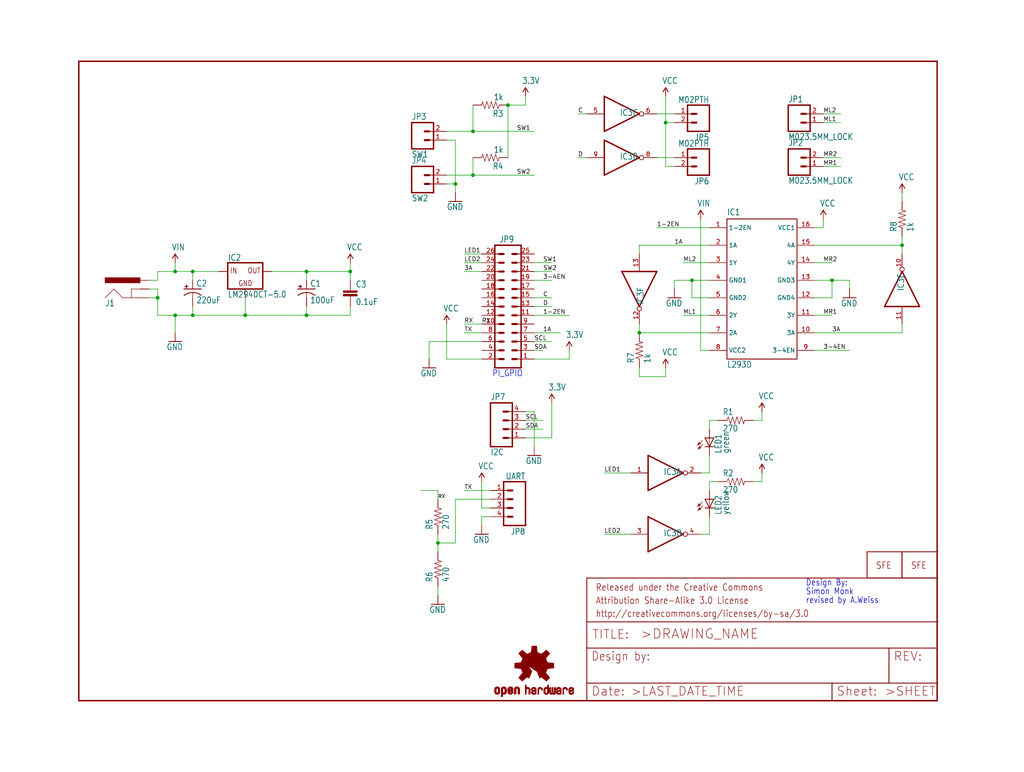
<source format=kicad_sch>
(kicad_sch (version 20211123) (generator eeschema)
  (paper "User" 297.002 223.926)
  (lib_symbols
    (symbol "eagleSchem-eagle-import:3.3V" (power)
      (property "Value" "3.3V" (at -1.016 3.556 0))
      (symbol "3.3V_1_0"
        (pin power_in line (at 0 0 90) (length 2.54) (name "3.3V") (number "1"))
      )
    )
    (symbol "eagleSchem-eagle-import:7406N"
      (property "Reference" "IC" (at -0.635 -0.635 0))
      (symbol "7406N_1_0"
        (pin input line (at -10.16 0 0) (length 5.08) (name "I") (number "1"))
        (pin open_collector inverted (at 10.16 0 180) (length 5.08) (name "O") (number "2"))
      )
      (symbol "7406N_2_0"
        (pin input line (at -10.16 0 0) (length 5.08) (name "I") (number "3"))
        (pin open_collector inverted (at 10.16 0 180) (length 5.08) (name "O") (number "4"))
      )
      (symbol "7406N_3_0"
        (pin input line (at -10.16 0 0) (length 5.08) (name "I") (number "5"))
        (pin open_collector inverted (at 10.16 0 180) (length 5.08) (name "O") (number "6"))
      )
      (symbol "7406N_4_0"
        (pin open_collector inverted (at 10.16 0 180) (length 5.08) (name "O") (number "8"))
        (pin input line (at -10.16 0 0) (length 5.08) (name "I") (number "9"))
      )
      (symbol "7406N_5_0"
        (pin open_collector inverted (at 10.16 0 180) (length 5.08) (name "O") (number "10"))
        (pin input line (at -10.16 0 0) (length 5.08) (name "I") (number "11"))
      )
      (symbol "7406N_6_0"
        (pin open_collector inverted (at 10.16 0 180) (length 5.08) (name "O") (number "12"))
        (pin input line (at -10.16 0 0) (length 5.08) (name "I") (number "13"))
      )
      (symbol "7406N_7_0"
        (text "GND" (at 1.905 -5.842 900) (effects (font (size 1.27 1.0795)) (justify left bottom)))
        (text "VCC" (at 1.905 2.54 900) (effects (font (size 1.27 1.0795)) (justify left bottom)))
        (pin power_in line (at 0 7.62 270) (length 5.08) (name "VCC") (number "14"))
        (pin power_in line (at 0 -7.62 90) (length 5.08) (name "GND") (number "7"))
      )
    )
    (symbol "eagleSchem-eagle-import:CAPKIT"
      (property "Reference" "C" (at 1.524 2.921 0))
      (property "Value" "CAPKIT" (at 1.524 -2.159 0))
      (symbol "CAPKIT_1_0"
        (pin passive line (at 0 5.08 270) (length 2.54) (name "1") (number "1"))
        (pin passive line (at 0 -2.54 90) (length 2.54) (name "2") (number "2"))
      )
    )
    (symbol "eagleSchem-eagle-import:CAP_POLPTH1"
      (property "Reference" "C" (at 1.016 0.635 0))
      (property "Value" "CAP_POLPTH1" (at 1.016 -4.191 0))
      (symbol "CAP_POLPTH1_1_0"
        (pin passive line (at 0 2.54 270) (length 2.54) (name "+") (number "1"))
        (pin passive line (at 0 -5.08 90) (length 2.54) (name "-") (number "2"))
      )
    )
    (symbol "eagleSchem-eagle-import:FRAME-LETTER"
      (symbol "FRAME-LETTER_2_0"
        (text ">DRAWING_NAME" (at 15.494 17.78 0) (effects (font (size 2.7432 2.7432)) (justify left bottom)))
        (text ">LAST_DATE_TIME" (at 12.7 1.27 0) (effects (font (size 2.54 2.54)) (justify left bottom)))
        (text ">SHEET" (at 86.36 1.27 0) (effects (font (size 2.54 2.54)) (justify left bottom)))
        (text "Attribution Share-Alike 3.0 License" (at 2.54 27.94 0) (effects (font (size 1.9304 1.6408)) (justify left bottom)))
        (text "Date:" (at 1.27 1.27 0) (effects (font (size 2.54 2.54)) (justify left bottom)))
        (text "Design by:" (at 1.27 11.43 0) (effects (font (size 2.54 2.159)) (justify left bottom)))
        (text "http://creativecommons.org/licenses/by-sa/3.0" (at 2.54 24.13 0) (effects (font (size 1.9304 1.6408)) (justify left bottom)))
        (text "Released under the Creative Commons" (at 2.54 31.75 0) (effects (font (size 1.9304 1.6408)) (justify left bottom)))
        (text "REV:" (at 88.9 11.43 0) (effects (font (size 2.54 2.54)) (justify left bottom)))
        (text "Sheet:" (at 72.39 1.27 0) (effects (font (size 2.54 2.54)) (justify left bottom)))
        (text "TITLE:" (at 1.524 17.78 0) (effects (font (size 2.54 2.54)) (justify left bottom)))
      )
    )
    (symbol "eagleSchem-eagle-import:GND" (power)
      (property "Value" "GND" (at -2.54 -2.54 0))
      (symbol "GND_1_0"
        (pin power_in line (at 0 2.54 270) (length 2.54) (name "GND") (number "1"))
      )
    )
    (symbol "eagleSchem-eagle-import:L293D"
      (property "Reference" "IC" (at -10.16 21.336 0))
      (property "Value" "L293D" (at -10.16 -22.86 0))
      (symbol "L293D_1_0"
        (pin input line (at -15.24 17.78 0) (length 5.08) (name "1-2EN") (number "1"))
        (pin input line (at 15.24 -12.7 180) (length 5.08) (name "3A") (number "10"))
        (pin output line (at 15.24 -7.62 180) (length 5.08) (name "3Y") (number "11"))
        (pin power_in line (at 15.24 -2.54 180) (length 5.08) (name "GND4") (number "12"))
        (pin power_in line (at 15.24 2.54 180) (length 5.08) (name "GND3") (number "13"))
        (pin output line (at 15.24 7.62 180) (length 5.08) (name "4Y") (number "14"))
        (pin input line (at 15.24 12.7 180) (length 5.08) (name "4A") (number "15"))
        (pin power_in line (at 15.24 17.78 180) (length 5.08) (name "VCC1") (number "16"))
        (pin input line (at -15.24 12.7 0) (length 5.08) (name "1A") (number "2"))
        (pin output line (at -15.24 7.62 0) (length 5.08) (name "1Y") (number "3"))
        (pin power_in line (at -15.24 2.54 0) (length 5.08) (name "GND1") (number "4"))
        (pin power_in line (at -15.24 -2.54 0) (length 5.08) (name "GND2") (number "5"))
        (pin output line (at -15.24 -7.62 0) (length 5.08) (name "2Y") (number "6"))
        (pin input line (at -15.24 -12.7 0) (length 5.08) (name "2A") (number "7"))
        (pin power_in line (at -15.24 -17.78 0) (length 5.08) (name "VCC2") (number "8"))
        (pin input line (at 15.24 -17.78 180) (length 5.08) (name "3-4EN") (number "9"))
      )
    )
    (symbol "eagleSchem-eagle-import:LED3MM"
      (property "Reference" "LED" (at 3.556 -4.572 90))
      (property "Value" "LED3MM" (at 5.715 -4.572 90))
      (symbol "LED3MM_1_0"
        (pin passive line (at 0 2.54 270) (length 2.54) (name "A") (number "A"))
        (pin passive line (at 0 -5.08 90) (length 2.54) (name "C") (number "K"))
      )
    )
    (symbol "eagleSchem-eagle-import:LOGO-SFENEW"
      (symbol "LOGO-SFENEW_1_0"
        (text "SFE" (at 0 0 0) (effects (font (size 1.9304 1.6408)) (justify left bottom)))
      )
    )
    (symbol "eagleSchem-eagle-import:M023.5MM_LOCK"
      (property "Reference" "JP" (at -2.54 5.842 0))
      (property "Value" "M023.5MM_LOCK" (at -2.54 -5.08 0))
      (symbol "M023.5MM_LOCK_1_0"
        (pin passive line (at 7.62 0 180) (length 5.08) (name "1") (number "1"))
        (pin passive line (at 7.62 2.54 180) (length 5.08) (name "2") (number "2"))
      )
    )
    (symbol "eagleSchem-eagle-import:M02PTH"
      (property "Reference" "JP" (at -2.54 5.842 0))
      (property "Value" "M02PTH" (at -2.54 -5.08 0))
      (symbol "M02PTH_1_0"
        (pin passive line (at 7.62 0 180) (length 5.08) (name "1") (number "1"))
        (pin passive line (at 7.62 2.54 180) (length 5.08) (name "2") (number "2"))
      )
    )
    (symbol "eagleSchem-eagle-import:M04PTH"
      (property "Reference" "JP" (at -5.08 8.382 0))
      (property "Value" "M04PTH" (at -5.08 -7.62 0))
      (symbol "M04PTH_1_0"
        (pin passive line (at 5.08 -2.54 180) (length 5.08) (name "1") (number "1"))
        (pin passive line (at 5.08 0 180) (length 5.08) (name "2") (number "2"))
        (pin passive line (at 5.08 2.54 180) (length 5.08) (name "3") (number "3"))
        (pin passive line (at 5.08 5.08 180) (length 5.08) (name "4") (number "4"))
      )
    )
    (symbol "eagleSchem-eagle-import:M13X22X13"
      (property "Reference" "JP" (at -5.08 18.542 0))
      (property "Value" "M13X22X13" (at -5.08 -20.32 0))
      (symbol "M13X22X13_1_0"
        (pin passive line (at -7.62 15.24 0) (length 5.08) (name "1") (number "1"))
        (pin passive line (at 7.62 5.08 180) (length 5.08) (name "10") (number "10"))
        (pin passive line (at -7.62 2.54 0) (length 5.08) (name "11") (number "11"))
        (pin passive line (at 7.62 2.54 180) (length 5.08) (name "12") (number "12"))
        (pin passive line (at -7.62 0 0) (length 5.08) (name "13") (number "13"))
        (pin passive line (at 7.62 0 180) (length 5.08) (name "14") (number "14"))
        (pin passive line (at -7.62 -2.54 0) (length 5.08) (name "15") (number "15"))
        (pin passive line (at 7.62 -2.54 180) (length 5.08) (name "16") (number "16"))
        (pin passive line (at -7.62 -5.08 0) (length 5.08) (name "17") (number "17"))
        (pin passive line (at 7.62 -5.08 180) (length 5.08) (name "18") (number "18"))
        (pin passive line (at -7.62 -7.62 0) (length 5.08) (name "19") (number "19"))
        (pin passive line (at 7.62 15.24 180) (length 5.08) (name "2") (number "2"))
        (pin passive line (at 7.62 -7.62 180) (length 5.08) (name "20") (number "20"))
        (pin passive line (at -7.62 -10.16 0) (length 5.08) (name "21") (number "21"))
        (pin passive line (at 7.62 -10.16 180) (length 5.08) (name "22") (number "22"))
        (pin passive line (at -7.62 -12.7 0) (length 5.08) (name "23") (number "23"))
        (pin passive line (at 7.62 -12.7 180) (length 5.08) (name "24") (number "24"))
        (pin passive line (at -7.62 -15.24 0) (length 5.08) (name "25") (number "25"))
        (pin passive line (at 7.62 -15.24 180) (length 5.08) (name "26") (number "26"))
        (pin passive line (at -7.62 12.7 0) (length 5.08) (name "3") (number "3"))
        (pin passive line (at 7.62 12.7 180) (length 5.08) (name "4") (number "4"))
        (pin passive line (at -7.62 10.16 0) (length 5.08) (name "5") (number "5"))
        (pin passive line (at 7.62 10.16 180) (length 5.08) (name "6") (number "6"))
        (pin passive line (at -7.62 7.62 0) (length 5.08) (name "7") (number "7"))
        (pin passive line (at 7.62 7.62 180) (length 5.08) (name "8") (number "8"))
        (pin passive line (at -7.62 5.08 0) (length 5.08) (name "9") (number "9"))
      )
    )
    (symbol "eagleSchem-eagle-import:OSHW-LOGOS")
    (symbol "eagleSchem-eagle-import:POWER_JACKPTH_LOCK"
      (property "Reference" "J" (at -10.16 0 0))
      (property "Value" "POWER_JACKPTH_LOCK" (at -10.16 10.16 0))
      (symbol "POWER_JACKPTH_LOCK_1_0"
        (pin bidirectional line (at 2.54 2.54 180) (length 2.54) (name "GND") (number "GND"))
        (pin bidirectional line (at 2.54 5.08 180) (length 2.54) (name "GNDBREAK") (number "GNDBREAK"))
        (pin bidirectional line (at 2.54 7.62 180) (length 2.54) (name "PWR") (number "PWR"))
      )
    )
    (symbol "eagleSchem-eagle-import:RESISTOREZ"
      (property "Reference" "R" (at -3.81 1.4986 0))
      (property "Value" "RESISTOREZ" (at -3.81 -3.302 0))
      (symbol "RESISTOREZ_1_0"
        (pin passive line (at -5.08 0 0) (length 2.54) (name "1") (number "P$1"))
        (pin passive line (at 5.08 0 180) (length 2.54) (name "2") (number "P$2"))
      )
    )
    (symbol "eagleSchem-eagle-import:VCC" (power)
      (property "Value" "VCC" (at -1.016 3.556 0))
      (symbol "VCC_1_0"
        (pin power_in line (at 0 0 90) (length 2.54) (name "VCC") (number "1"))
      )
    )
    (symbol "eagleSchem-eagle-import:VIN" (power)
      (property "Value" "VIN" (at -1.016 3.556 0))
      (symbol "VIN_1_0"
        (pin power_in line (at 0 0 90) (length 2.54) (name "VIN") (number "1"))
      )
    )
    (symbol "eagleSchem-eagle-import:V_REG_78XXSINK"
      (property "Reference" "IC" (at 2.54 -7.62 0))
      (property "Value" "V_REG_78XXSINK" (at 2.54 -10.16 0))
      (symbol "V_REG_78XXSINK_1_0"
        (text "GND" (at -2.032 -4.318 0) (effects (font (size 1.524 1.2954)) (justify left bottom)))
        (text "IN" (at -4.445 -0.635 0) (effects (font (size 1.524 1.2954)) (justify left bottom)))
        (text "OUT" (at 0.635 -0.635 0) (effects (font (size 1.524 1.2954)) (justify left bottom)))
        (pin input line (at 0 -7.62 90) (length 2.54) (name "GND") (number "GND"))
        (pin input line (at -7.62 0 0) (length 2.54) (name "IN") (number "IN"))
        (pin output line (at 7.62 0 180) (length 2.54) (name "OUT") (number "OUT"))
      )
    )
  )
  (junction (at 50.8 91.44))
  (junction (at 147.32 30.48))
  (junction (at 55.88 91.44))
  (junction (at 193.04 35.56))
  (junction (at 101.6 78.74))
  (junction (at 50.8 78.74))
  (junction (at 137.16 50.8))
  (junction (at 261.62 71.12))
  (junction (at 132.08 53.34))
  (junction (at 71.12 91.44))
  (junction (at 127 157.48))
  (junction (at 137.16 38.1))
  (junction (at 88.9 91.44))
  (junction (at 55.88 78.74))
  (junction (at 241.3 81.28))
  (junction (at 185.42 96.52))
  (junction (at 200.66 81.28))
  (junction (at 88.9 78.74))
  (junction (at 45.72 86.36))
  (wire (pts (xy 241.3 86.36) (xy 241.3 81.28)))
  (wire (pts (xy 220.98 119.38) (xy 220.98 121.92)))
  (wire (pts (xy 205.74 137.16) (xy 203.2 137.16)))
  (wire (pts (xy 127 142.24) (xy 121.92 142.24)))
  (wire (pts (xy 238.76 66.04) (xy 238.76 63.5)))
  (wire (pts (xy 127 144.78) (xy 127 142.24)))
  (wire (pts (xy 175.26 137.16) (xy 182.88 137.16)))
  (wire (pts (xy 195.58 35.56) (xy 193.04 35.56)))
  (wire (pts (xy 198.12 91.44) (xy 205.74 91.44)))
  (wire (pts (xy 205.74 139.7) (xy 205.74 142.24)))
  (wire (pts (xy 139.7 149.86) (xy 142.24 149.86)))
  (wire (pts (xy 205.74 121.92) (xy 208.28 121.92)))
  (wire (pts (xy 154.94 119.38) (xy 154.94 129.54)))
  (wire (pts (xy 50.8 91.44) (xy 55.88 91.44)))
  (wire (pts (xy 101.6 76.2) (xy 101.6 78.74)))
  (wire (pts (xy 238.76 33.02) (xy 243.84 33.02)))
  (wire (pts (xy 243.84 45.72) (xy 238.76 45.72)))
  (wire (pts (xy 139.7 139.7) (xy 139.7 147.32)))
  (wire (pts (xy 220.98 137.16) (xy 220.98 139.7)))
  (wire (pts (xy 50.8 76.2) (xy 50.8 78.74)))
  (wire (pts (xy 129.54 104.14) (xy 139.7 104.14)))
  (wire (pts (xy 200.66 81.28) (xy 200.66 86.36)))
  (wire (pts (xy 193.04 48.26) (xy 195.58 48.26)))
  (wire (pts (xy 190.5 33.02) (xy 195.58 33.02)))
  (wire (pts (xy 45.72 78.74) (xy 50.8 78.74)))
  (wire (pts (xy 195.58 45.72) (xy 190.5 45.72)))
  (wire (pts (xy 200.66 86.36) (xy 205.74 86.36)))
  (wire (pts (xy 129.54 53.34) (xy 132.08 53.34)))
  (wire (pts (xy 132.08 53.34) (xy 132.08 55.88)))
  (wire (pts (xy 165.1 91.44) (xy 154.94 91.44)))
  (wire (pts (xy 154.94 104.14) (xy 165.1 104.14)))
  (wire (pts (xy 236.22 86.36) (xy 241.3 86.36)))
  (wire (pts (xy 236.22 101.6) (xy 246.38 101.6)))
  (wire (pts (xy 139.7 99.06) (xy 124.46 99.06)))
  (wire (pts (xy 134.62 76.2) (xy 139.7 76.2)))
  (wire (pts (xy 137.16 38.1) (xy 154.94 38.1)))
  (wire (pts (xy 205.74 124.46) (xy 205.74 121.92)))
  (wire (pts (xy 147.32 30.48) (xy 152.4 30.48)))
  (wire (pts (xy 129.54 38.1) (xy 137.16 38.1)))
  (wire (pts (xy 220.98 121.92) (xy 218.44 121.92)))
  (wire (pts (xy 157.48 121.92) (xy 152.4 121.92)))
  (wire (pts (xy 132.08 157.48) (xy 132.08 144.78)))
  (wire (pts (xy 205.74 149.86) (xy 205.74 154.94)))
  (wire (pts (xy 132.08 40.64) (xy 132.08 53.34)))
  (wire (pts (xy 236.22 71.12) (xy 261.62 71.12)))
  (wire (pts (xy 154.94 101.6) (xy 157.48 101.6)))
  (wire (pts (xy 139.7 93.98) (xy 134.62 93.98)))
  (wire (pts (xy 185.42 73.66) (xy 185.42 71.12)))
  (wire (pts (xy 241.3 76.2) (xy 236.22 76.2)))
  (wire (pts (xy 246.38 83.82) (xy 246.38 81.28)))
  (wire (pts (xy 45.72 86.36) (xy 45.72 91.44)))
  (wire (pts (xy 55.88 78.74) (xy 55.88 81.28)))
  (wire (pts (xy 261.62 71.12) (xy 261.62 73.66)))
  (wire (pts (xy 165.1 104.14) (xy 165.1 101.6)))
  (wire (pts (xy 45.72 86.36) (xy 45.72 83.82)))
  (wire (pts (xy 71.12 86.36) (xy 71.12 91.44)))
  (wire (pts (xy 160.02 127) (xy 152.4 127)))
  (wire (pts (xy 205.74 132.08) (xy 205.74 137.16)))
  (wire (pts (xy 182.88 154.94) (xy 175.26 154.94)))
  (wire (pts (xy 45.72 81.28) (xy 45.72 78.74)))
  (wire (pts (xy 193.04 109.22) (xy 185.42 109.22)))
  (wire (pts (xy 134.62 96.52) (xy 139.7 96.52)))
  (wire (pts (xy 139.7 147.32) (xy 142.24 147.32)))
  (wire (pts (xy 132.08 157.48) (xy 127 157.48)))
  (wire (pts (xy 236.22 91.44) (xy 241.3 91.44)))
  (wire (pts (xy 127 172.72) (xy 127 170.18)))
  (wire (pts (xy 55.88 88.9) (xy 55.88 91.44)))
  (wire (pts (xy 129.54 40.64) (xy 132.08 40.64)))
  (wire (pts (xy 43.18 86.36) (xy 45.72 86.36)))
  (wire (pts (xy 50.8 78.74) (xy 55.88 78.74)))
  (wire (pts (xy 205.74 154.94) (xy 203.2 154.94)))
  (wire (pts (xy 238.76 48.26) (xy 243.84 48.26)))
  (wire (pts (xy 88.9 91.44) (xy 101.6 91.44)))
  (wire (pts (xy 45.72 83.82) (xy 43.18 83.82)))
  (wire (pts (xy 261.62 68.58) (xy 261.62 71.12)))
  (wire (pts (xy 185.42 93.98) (xy 185.42 96.52)))
  (wire (pts (xy 205.74 66.04) (xy 190.5 66.04)))
  (wire (pts (xy 101.6 78.74) (xy 101.6 81.28)))
  (wire (pts (xy 137.16 38.1) (xy 137.16 30.48)))
  (wire (pts (xy 205.74 71.12) (xy 185.42 71.12)))
  (wire (pts (xy 261.62 55.88) (xy 261.62 58.42)))
  (wire (pts (xy 137.16 50.8) (xy 137.16 45.72)))
  (wire (pts (xy 205.74 101.6) (xy 203.2 101.6)))
  (wire (pts (xy 137.16 50.8) (xy 154.94 50.8)))
  (wire (pts (xy 147.32 45.72) (xy 147.32 30.48)))
  (wire (pts (xy 152.4 119.38) (xy 154.94 119.38)))
  (wire (pts (xy 236.22 96.52) (xy 261.62 96.52)))
  (wire (pts (xy 193.04 106.68) (xy 193.04 109.22)))
  (wire (pts (xy 88.9 78.74) (xy 88.9 81.28)))
  (wire (pts (xy 203.2 101.6) (xy 203.2 63.5)))
  (wire (pts (xy 71.12 91.44) (xy 88.9 91.44)))
  (wire (pts (xy 160.02 81.28) (xy 154.94 81.28)))
  (wire (pts (xy 139.7 142.24) (xy 142.24 142.24)))
  (wire (pts (xy 124.46 99.06) (xy 124.46 104.14)))
  (wire (pts (xy 193.04 48.26) (xy 193.04 35.56)))
  (wire (pts (xy 160.02 76.2) (xy 154.94 76.2)))
  (wire (pts (xy 78.74 78.74) (xy 88.9 78.74)))
  (wire (pts (xy 139.7 149.86) (xy 139.7 152.4)))
  (wire (pts (xy 127 154.94) (xy 127 157.48)))
  (wire (pts (xy 43.18 81.28) (xy 45.72 81.28)))
  (wire (pts (xy 129.54 93.98) (xy 129.54 104.14)))
  (wire (pts (xy 154.94 99.06) (xy 160.02 99.06)))
  (wire (pts (xy 55.88 78.74) (xy 63.5 78.74)))
  (wire (pts (xy 50.8 96.52) (xy 50.8 91.44)))
  (wire (pts (xy 261.62 93.98) (xy 261.62 96.52)))
  (wire (pts (xy 160.02 88.9) (xy 154.94 88.9)))
  (wire (pts (xy 185.42 96.52) (xy 205.74 96.52)))
  (wire (pts (xy 45.72 91.44) (xy 50.8 91.44)))
  (wire (pts (xy 208.28 139.7) (xy 205.74 139.7)))
  (wire (pts (xy 132.08 144.78) (xy 139.7 144.78)))
  (wire (pts (xy 220.98 139.7) (xy 218.44 139.7)))
  (wire (pts (xy 160.02 78.74) (xy 154.94 78.74)))
  (wire (pts (xy 236.22 66.04) (xy 238.76 66.04)))
  (wire (pts (xy 101.6 91.44) (xy 101.6 88.9)))
  (wire (pts (xy 193.04 35.56) (xy 193.04 27.94)))
  (wire (pts (xy 139.7 144.78) (xy 142.24 144.78)))
  (wire (pts (xy 55.88 91.44) (xy 71.12 91.44)))
  (wire (pts (xy 152.4 30.48) (xy 152.4 27.94)))
  (wire (pts (xy 162.56 96.52) (xy 154.94 96.52)))
  (wire (pts (xy 238.76 35.56) (xy 243.84 35.56)))
  (wire (pts (xy 134.62 142.24) (xy 139.7 142.24)))
  (wire (pts (xy 170.18 45.72) (xy 167.64 45.72)))
  (wire (pts (xy 134.62 78.74) (xy 139.7 78.74)))
  (wire (pts (xy 195.58 81.28) (xy 200.66 81.28)))
  (wire (pts (xy 127 157.48) (xy 127 160.02)))
  (wire (pts (xy 134.62 73.66) (xy 139.7 73.66)))
  (wire (pts (xy 160.02 116.84) (xy 160.02 127)))
  (wire (pts (xy 185.42 109.22) (xy 185.42 106.68)))
  (wire (pts (xy 236.22 81.28) (xy 241.3 81.28)))
  (wire (pts (xy 198.12 76.2) (xy 205.74 76.2)))
  (wire (pts (xy 205.74 81.28) (xy 200.66 81.28)))
  (wire (pts (xy 195.58 83.82) (xy 195.58 81.28)))
  (wire (pts (xy 160.02 86.36) (xy 154.94 86.36)))
  (wire (pts (xy 157.48 124.46) (xy 152.4 124.46)))
  (wire (pts (xy 88.9 78.74) (xy 101.6 78.74)))
  (wire (pts (xy 246.38 81.28) (xy 241.3 81.28)))
  (wire (pts (xy 137.16 50.8) (xy 129.54 50.8)))
  (wire (pts (xy 88.9 91.44) (xy 88.9 88.9)))
  (wire (pts (xy 170.18 33.02) (xy 167.64 33.02)))
  (text "revised by A.Weiss" (at 233.68 175.26 180) (effects (font (size 1.778 1.5113)) (justify left bottom)))
  (text "Design By:" (at 233.68 170.18 180) (effects (font (size 1.778 1.5113)) (justify left bottom)))
  (text "Simon Monk" (at 233.68 172.72 180) (effects (font (size 1.778 1.5113)) (justify left bottom)))
  (text "PI_GPIO" (at 142.748 109.474 180) (effects (font (size 1.778 1.5113)) (justify left bottom)))
  (label "C" (at 157.48 86.36 0) (effects (font (size 1.2446 1.2446))))
  (label "SDA" (at 152.4 124.46 0) (effects (font (size 1.2446 1.2446))))
  (label "SW1" (at 149.86 38.1 0) (effects (font (size 1.2446 1.2446))))
  (label "MR1" (at 238.76 48.26 0) (effects (font (size 1.2446 1.2446))))
  (label "ML1" (at 198.12 91.44 0) (effects (font (size 1.2446 1.2446))))
  (label "D" (at 167.64 45.72 0) (effects (font (size 1.2446 1.2446))))
  (label "TX" (at 134.62 96.52 0) (effects (font (size 1.2446 1.2446))))
  (label "3-4EN" (at 157.48 81.28 0) (effects (font (size 1.2446 1.2446))))
  (label "TX" (at 134.62 142.24 0) (effects (font (size 1.2446 1.2446))))
  (label "3A" (at 134.62 78.74 0) (effects (font (size 1.2446 1.2446))))
  (label "ML1" (at 238.76 35.56 0) (effects (font (size 1.2446 1.2446))))
  (label "LED2" (at 134.62 76.2 0) (effects (font (size 1.2446 1.2446))))
  (label "D" (at 157.48 88.9 0) (effects (font (size 1.2446 1.2446))))
  (label "ML2" (at 198.12 76.2 0) (effects (font (size 1.2446 1.2446))))
  (label "ML2" (at 238.76 33.02 0) (effects (font (size 1.2446 1.2446))))
  (label "SW2" (at 149.86 50.8 0) (effects (font (size 1.2446 1.2446))))
  (label "SW1" (at 157.48 76.2 0) (effects (font (size 1.2446 1.2446))))
  (label "1A" (at 195.58 71.12 0) (effects (font (size 1.2446 1.2446))))
  (label "1-2EN" (at 157.48 91.44 0) (effects (font (size 1.2446 1.2446))))
  (label "LED2" (at 175.26 154.94 0) (effects (font (size 1.2446 1.2446))))
  (label "3-4EN" (at 238.76 101.6 0) (effects (font (size 1.2446 1.2446))))
  (label "SW2" (at 157.48 78.74 0) (effects (font (size 1.2446 1.2446))))
  (label "MR2" (at 238.76 76.2 0) (effects (font (size 1.2446 1.2446))))
  (label "MR1" (at 238.76 91.44 0) (effects (font (size 1.2446 1.2446))))
  (label "C" (at 167.64 33.02 0) (effects (font (size 1.2446 1.2446))))
  (label "RX" (at 127 144.78 0) (effects (font (size 1.016 1.016))))
  (label "RX" (at 139.7 93.98 0) (effects (font (size 1.2446 1.2446))))
  (label "LED1" (at 175.26 137.16 0) (effects (font (size 1.2446 1.2446))))
  (label "SDA" (at 154.94 101.6 0) (effects (font (size 1.2446 1.2446))))
  (label "SCL" (at 154.94 99.06 0) (effects (font (size 1.2446 1.2446))))
  (label "LED1" (at 134.62 73.66 0) (effects (font (size 1.2446 1.2446))))
  (label "SCL" (at 152.4 121.92 0) (effects (font (size 1.2446 1.2446))))
  (label "RX" (at 134.62 93.98 0) (effects (font (size 1.2446 1.2446))))
  (label "1A" (at 157.48 96.52 0) (effects (font (size 1.2446 1.2446))))
  (label "3A" (at 241.3 96.52 0) (effects (font (size 1.2446 1.2446))))
  (label "MR2" (at 238.76 45.72 0) (effects (font (size 1.2446 1.2446))))
  (label "1-2EN" (at 190.5 66.04 0) (effects (font (size 1.2446 1.2446))))
  (symbol (lib_id "eagleSchem-eagle-import:LED3MM") (at 205.74 144.78 0) (unit 1)
    (property "Reference" "LED2" (at 209.296 149.352 90) (effects (font (size 1.778 1.5113)) (justify left bottom)))
    (property "Value" "yellow" (at 211.455 149.352 90) (effects (font (size 1.778 1.5113)) (justify left bottom)))
    (property "Footprint" "eagleSchem:LED3MM" (effects hide))
  )
  (symbol (lib_id "eagleSchem-eagle-import:7406N") (at 261.62 83.82 90) (unit 5)
    (property "Reference" "IC3" (at 262.255 84.455 0) (effects (font (size 1.778 1.5113)) (justify left bottom)))
    (property "Value" "7406N" (effects hide))
    (property "Footprint" "eagleSchem:DIL14" (effects hide))
  )
  (symbol (lib_id "eagleSchem-eagle-import:VIN") (at 203.2 63.5 0) (unit 1)
    (property "Reference" "#U$3" (effects hide))
    (property "Value" "VIN" (at 202.184 59.944 0) (effects (font (size 1.778 1.5113)) (justify left bottom)))
    (property "Footprint" "eagleSchem:" (effects hide))
  )
  (symbol (lib_id "eagleSchem-eagle-import:7406N") (at 180.34 45.72 0) (unit 4)
    (property "Reference" "IC3" (at 179.705 46.355 0) (effects (font (size 1.778 1.5113)) (justify left bottom)))
    (property "Value" "7406N" (effects hide))
    (property "Footprint" "eagleSchem:DIL14" (effects hide))
  )
  (symbol (lib_id "eagleSchem-eagle-import:GND") (at 124.46 106.68 0) (unit 1)
    (property "Reference" "#GND5" (effects hide))
    (property "Value" "GND" (at 121.92 109.22 0) (effects (font (size 1.778 1.5113)) (justify left bottom)))
    (property "Footprint" "eagleSchem:" (effects hide))
  )
  (symbol (lib_id "eagleSchem-eagle-import:VCC") (at 129.54 93.98 0) (unit 1)
    (property "Reference" "#P+2" (effects hide))
    (property "Value" "VCC" (at 128.524 90.424 0) (effects (font (size 1.778 1.5113)) (justify left bottom)))
    (property "Footprint" "eagleSchem:" (effects hide))
  )
  (symbol (lib_id "eagleSchem-eagle-import:RESISTOREZ") (at 213.36 139.7 0) (unit 1)
    (property "Reference" "R2" (at 209.55 138.2014 0) (effects (font (size 1.778 1.5113)) (justify left bottom)))
    (property "Value" "270" (at 209.55 143.002 0) (effects (font (size 1.778 1.5113)) (justify left bottom)))
    (property "Footprint" "eagleSchem:AXIAL-0.3EZ" (effects hide))
  )
  (symbol (lib_id "eagleSchem-eagle-import:VCC") (at 139.7 139.7 0) (unit 1)
    (property "Reference" "#P+12" (effects hide))
    (property "Value" "VCC" (at 138.684 136.144 0) (effects (font (size 1.778 1.5113)) (justify left bottom)))
    (property "Footprint" "eagleSchem:" (effects hide))
  )
  (symbol (lib_id "eagleSchem-eagle-import:FRAME-LETTER") (at 22.86 203.2 0) (unit 1)
    (property "Reference" "FRAME1" (effects hide))
    (property "Value" "FRAME-LETTER" (effects hide))
    (property "Footprint" "eagleSchem:CREATIVE_COMMONS" (effects hide))
  )
  (symbol (lib_id "eagleSchem-eagle-import:7406N") (at 193.04 154.94 0) (unit 2)
    (property "Reference" "IC3" (at 192.405 155.575 0) (effects (font (size 1.778 1.5113)) (justify left bottom)))
    (property "Value" "7406N" (effects hide))
    (property "Footprint" "eagleSchem:DIL14" (effects hide))
  )
  (symbol (lib_id "eagleSchem-eagle-import:3.3V") (at 152.4 27.94 0) (unit 1)
    (property "Reference" "#P+11" (effects hide))
    (property "Value" "3.3V" (at 151.384 24.384 0) (effects (font (size 1.778 1.5113)) (justify left bottom)))
    (property "Footprint" "eagleSchem:" (effects hide))
  )
  (symbol (lib_id "eagleSchem-eagle-import:M13X22X13") (at 147.32 88.9 180) (unit 1)
    (property "Reference" "JP9" (at 144.78 70.358 0) (effects (font (size 1.778 1.5113)) (justify right top)))
    (property "Value" "M13X22X13" (effects hide))
    (property "Footprint" "eagleSchem:2X13" (effects hide))
  )
  (symbol (lib_id "eagleSchem-eagle-import:POWER_JACKPTH_LOCK") (at 40.64 88.9 0) (unit 1)
    (property "Reference" "J1" (at 30.48 88.9 0) (effects (font (size 1.778 1.5113)) (justify left bottom)))
    (property "Value" "POWER_JACKPTH_LOCK" (effects hide))
    (property "Footprint" "eagleSchem:POWER_JACK_PTH_LOCK" (effects hide))
  )
  (symbol (lib_id "eagleSchem-eagle-import:3.3V") (at 165.1 101.6 0) (unit 1)
    (property "Reference" "#P+13" (effects hide))
    (property "Value" "3.3V" (at 164.084 98.044 0) (effects (font (size 1.778 1.5113)) (justify left bottom)))
    (property "Footprint" "eagleSchem:" (effects hide))
  )
  (symbol (lib_id "eagleSchem-eagle-import:7406N") (at 180.34 33.02 0) (unit 3)
    (property "Reference" "IC3" (at 179.705 33.655 0) (effects (font (size 1.778 1.5113)) (justify left bottom)))
    (property "Value" "7406N" (effects hide))
    (property "Footprint" "eagleSchem:DIL14" (effects hide))
  )
  (symbol (lib_id "eagleSchem-eagle-import:VCC") (at 220.98 137.16 0) (unit 1)
    (property "Reference" "#P+8" (effects hide))
    (property "Value" "VCC" (at 219.964 133.604 0) (effects (font (size 1.778 1.5113)) (justify left bottom)))
    (property "Footprint" "eagleSchem:" (effects hide))
  )
  (symbol (lib_id "eagleSchem-eagle-import:M02PTH") (at 121.92 40.64 0) (unit 1)
    (property "Reference" "JP3" (at 119.38 34.798 0) (effects (font (size 1.778 1.5113)) (justify left bottom)))
    (property "Value" "SW1" (at 119.38 45.72 0) (effects (font (size 1.778 1.5113)) (justify left bottom)))
    (property "Footprint" "eagleSchem:1X02" (effects hide))
  )
  (symbol (lib_id "eagleSchem-eagle-import:OSHW-LOGOS") (at 154.94 193.04 0) (unit 1)
    (property "Reference" "U$4" (effects hide))
    (property "Value" "OSHW-LOGOS" (effects hide))
    (property "Footprint" "eagleSchem:OSHW-LOGO-S" (effects hide))
  )
  (symbol (lib_id "eagleSchem-eagle-import:RESISTOREZ") (at 142.24 30.48 180) (unit 1)
    (property "Reference" "R3" (at 146.05 31.9786 0) (effects (font (size 1.778 1.5113)) (justify left bottom)))
    (property "Value" "1k" (at 146.05 27.178 0) (effects (font (size 1.778 1.5113)) (justify left bottom)))
    (property "Footprint" "eagleSchem:AXIAL-0.3EZ" (effects hide))
  )
  (symbol (lib_id "eagleSchem-eagle-import:GND") (at 132.08 58.42 0) (unit 1)
    (property "Reference" "#GND7" (effects hide))
    (property "Value" "GND" (at 129.54 60.96 0) (effects (font (size 1.778 1.5113)) (justify left bottom)))
    (property "Footprint" "eagleSchem:" (effects hide))
  )
  (symbol (lib_id "eagleSchem-eagle-import:CAP_POLPTH1") (at 55.88 83.82 0) (unit 1)
    (property "Reference" "C2" (at 56.896 83.185 0) (effects (font (size 1.778 1.5113)) (justify left bottom)))
    (property "Value" "220uF" (at 56.896 88.011 0) (effects (font (size 1.778 1.5113)) (justify left bottom)))
    (property "Footprint" "eagleSchem:CPOL-RADIAL-100UF-25V" (effects hide))
  )
  (symbol (lib_id "eagleSchem-eagle-import:FRAME-LETTER") (at 170.18 203.2 0) (unit 2)
    (property "Reference" "FRAME1" (effects hide))
    (property "Value" "FRAME-LETTER" (effects hide))
    (property "Footprint" "eagleSchem:CREATIVE_COMMONS" (effects hide))
  )
  (symbol (lib_id "eagleSchem-eagle-import:LOGO-SFENEW") (at 264.16 165.1 0) (unit 1)
    (property "Reference" "JP10" (effects hide))
    (property "Value" "LOGO-SFENEW" (effects hide))
    (property "Footprint" "eagleSchem:SFE-NEW-WEBLOGO" (effects hide))
  )
  (symbol (lib_id "eagleSchem-eagle-import:L293D") (at 220.98 83.82 0) (unit 1)
    (property "Reference" "IC1" (at 210.82 62.484 0) (effects (font (size 1.778 1.5113)) (justify left bottom)))
    (property "Value" "L293D" (at 210.82 106.68 0) (effects (font (size 1.778 1.5113)) (justify left bottom)))
    (property "Footprint" "eagleSchem:DIL16" (effects hide))
  )
  (symbol (lib_id "eagleSchem-eagle-import:LOGO-SFENEW") (at 254 165.1 0) (unit 1)
    (property "Reference" "JP11" (effects hide))
    (property "Value" "LOGO-SFENEW" (effects hide))
    (property "Footprint" "eagleSchem:SFE-NEW-WEBLOGO" (effects hide))
  )
  (symbol (lib_id "eagleSchem-eagle-import:7406N") (at 185.42 83.82 270) (unit 6)
    (property "Reference" "IC3" (at 184.785 83.185 0) (effects (font (size 1.778 1.5113)) (justify left bottom)))
    (property "Value" "7406N" (effects hide))
    (property "Footprint" "eagleSchem:DIL14" (effects hide))
  )
  (symbol (lib_id "eagleSchem-eagle-import:GND") (at 127 175.26 0) (unit 1)
    (property "Reference" "#GND8" (effects hide))
    (property "Value" "GND" (at 124.46 177.8 0) (effects (font (size 1.778 1.5113)) (justify left bottom)))
    (property "Footprint" "eagleSchem:" (effects hide))
  )
  (symbol (lib_id "eagleSchem-eagle-import:GND") (at 154.94 132.08 0) (unit 1)
    (property "Reference" "#GND1" (effects hide))
    (property "Value" "GND" (at 152.4 134.62 0) (effects (font (size 1.778 1.5113)) (justify left bottom)))
    (property "Footprint" "eagleSchem:" (effects hide))
  )
  (symbol (lib_id "eagleSchem-eagle-import:M02PTH") (at 203.2 45.72 180) (unit 1)
    (property "Reference" "JP6" (at 205.74 51.562 0) (effects (font (size 1.778 1.5113)) (justify left bottom)))
    (property "Value" "M02PTH" (at 205.74 40.64 0) (effects (font (size 1.778 1.5113)) (justify left bottom)))
    (property "Footprint" "eagleSchem:1X02" (effects hide))
  )
  (symbol (lib_id "eagleSchem-eagle-import:M023.5MM_LOCK") (at 231.14 48.26 0) (unit 1)
    (property "Reference" "JP2" (at 228.6 42.418 0) (effects (font (size 1.778 1.5113)) (justify left bottom)))
    (property "Value" "M023.5MM_LOCK" (at 228.6 53.34 0) (effects (font (size 1.778 1.5113)) (justify left bottom)))
    (property "Footprint" "eagleSchem:SCREWTERMINAL-3.5MM-2_LOCK" (effects hide))
  )
  (symbol (lib_id "eagleSchem-eagle-import:VCC") (at 193.04 106.68 0) (unit 1)
    (property "Reference" "#P+14" (effects hide))
    (property "Value" "VCC" (at 192.024 103.124 0) (effects (font (size 1.778 1.5113)) (justify left bottom)))
    (property "Footprint" "eagleSchem:" (effects hide))
  )
  (symbol (lib_id "eagleSchem-eagle-import:V_REG_78XXSINK") (at 71.12 78.74 0) (unit 1)
    (property "Reference" "IC2" (at 66.04 75.692 0) (effects (font (size 1.778 1.5113)) (justify left bottom)))
    (property "Value" "LM2940CT-5.0" (at 66.04 86.36 0) (effects (font (size 1.778 1.5113)) (justify left bottom)))
    (property "Footprint" "eagleSchem:TO220-IGO" (effects hide))
  )
  (symbol (lib_id "eagleSchem-eagle-import:M04PTH") (at 147.32 144.78 180) (unit 1)
    (property "Reference" "JP8" (at 152.4 153.162 0) (effects (font (size 1.778 1.5113)) (justify left bottom)))
    (property "Value" "UART" (at 152.4 137.16 0) (effects (font (size 1.778 1.5113)) (justify left bottom)))
    (property "Footprint" "eagleSchem:1X04" (effects hide))
  )
  (symbol (lib_id "eagleSchem-eagle-import:M023.5MM_LOCK") (at 231.14 35.56 0) (unit 1)
    (property "Reference" "JP1" (at 228.6 29.718 0) (effects (font (size 1.778 1.5113)) (justify left bottom)))
    (property "Value" "M023.5MM_LOCK" (at 228.6 40.64 0) (effects (font (size 1.778 1.5113)) (justify left bottom)))
    (property "Footprint" "eagleSchem:SCREWTERMINAL-3.5MM-2_LOCK" (effects hide))
  )
  (symbol (lib_id "eagleSchem-eagle-import:VCC") (at 193.04 27.94 0) (unit 1)
    (property "Reference" "#P+10" (effects hide))
    (property "Value" "VCC" (at 192.024 24.384 0) (effects (font (size 1.778 1.5113)) (justify left bottom)))
    (property "Footprint" "eagleSchem:" (effects hide))
  )
  (symbol (lib_id "eagleSchem-eagle-import:RESISTOREZ") (at 261.62 63.5 90) (unit 1)
    (property "Reference" "R8" (at 260.1214 67.31 0) (effects (font (size 1.778 1.5113)) (justify left bottom)))
    (property "Value" "1k" (at 264.922 67.31 0) (effects (font (size 1.778 1.5113)) (justify left bottom)))
    (property "Footprint" "eagleSchem:AXIAL-0.3EZ" (effects hide))
  )
  (symbol (lib_id "eagleSchem-eagle-import:VCC") (at 220.98 119.38 0) (unit 1)
    (property "Reference" "#P+7" (effects hide))
    (property "Value" "VCC" (at 219.964 115.824 0) (effects (font (size 1.778 1.5113)) (justify left bottom)))
    (property "Footprint" "eagleSchem:" (effects hide))
  )
  (symbol (lib_id "eagleSchem-eagle-import:7406N") (at 193.04 137.16 0) (unit 1)
    (property "Reference" "IC3" (at 192.405 137.795 0) (effects (font (size 1.778 1.5113)) (justify left bottom)))
    (property "Value" "7406N" (effects hide))
    (property "Footprint" "eagleSchem:DIL14" (effects hide))
  )
  (symbol (lib_id "eagleSchem-eagle-import:LED3MM") (at 205.74 127 0) (unit 1)
    (property "Reference" "LED1" (at 209.296 131.572 90) (effects (font (size 1.778 1.5113)) (justify left bottom)))
    (property "Value" "green" (at 211.455 131.572 90) (effects (font (size 1.778 1.5113)) (justify left bottom)))
    (property "Footprint" "eagleSchem:LED3MM" (effects hide))
  )
  (symbol (lib_id "eagleSchem-eagle-import:RESISTOREZ") (at 142.24 45.72 180) (unit 1)
    (property "Reference" "R4" (at 146.05 47.2186 0) (effects (font (size 1.778 1.5113)) (justify left bottom)))
    (property "Value" "1k" (at 146.05 42.418 0) (effects (font (size 1.778 1.5113)) (justify left bottom)))
    (property "Footprint" "eagleSchem:AXIAL-0.3EZ" (effects hide))
  )
  (symbol (lib_id "eagleSchem-eagle-import:VCC") (at 261.62 55.88 0) (unit 1)
    (property "Reference" "#P+9" (effects hide))
    (property "Value" "VCC" (at 260.604 52.324 0) (effects (font (size 1.778 1.5113)) (justify left bottom)))
    (property "Footprint" "eagleSchem:" (effects hide))
  )
  (symbol (lib_id "eagleSchem-eagle-import:GND") (at 50.8 99.06 0) (unit 1)
    (property "Reference" "#GND6" (effects hide))
    (property "Value" "GND" (at 48.26 101.6 0) (effects (font (size 1.778 1.5113)) (justify left bottom)))
    (property "Footprint" "eagleSchem:" (effects hide))
  )
  (symbol (lib_id "eagleSchem-eagle-import:RESISTOREZ") (at 185.42 101.6 90) (unit 1)
    (property "Reference" "R7" (at 183.9214 105.41 0) (effects (font (size 1.778 1.5113)) (justify left bottom)))
    (property "Value" "1k" (at 188.722 105.41 0) (effects (font (size 1.778 1.5113)) (justify left bottom)))
    (property "Footprint" "eagleSchem:AXIAL-0.3EZ" (effects hide))
  )
  (symbol (lib_id "eagleSchem-eagle-import:M02PTH") (at 121.92 53.34 0) (unit 1)
    (property "Reference" "JP4" (at 119.38 47.498 0) (effects (font (size 1.778 1.5113)) (justify left bottom)))
    (property "Value" "SW2" (at 119.38 58.42 0) (effects (font (size 1.778 1.5113)) (justify left bottom)))
    (property "Footprint" "eagleSchem:1X02" (effects hide))
  )
  (symbol (lib_id "eagleSchem-eagle-import:VIN") (at 50.8 76.2 0) (unit 1)
    (property "Reference" "#U$2" (effects hide))
    (property "Value" "VIN" (at 49.784 72.644 0) (effects (font (size 1.778 1.5113)) (justify left bottom)))
    (property "Footprint" "eagleSchem:" (effects hide))
  )
  (symbol (lib_id "eagleSchem-eagle-import:VCC") (at 101.6 76.2 0) (unit 1)
    (property "Reference" "#P+1" (effects hide))
    (property "Value" "VCC" (at 100.584 72.644 0) (effects (font (size 1.778 1.5113)) (justify left bottom)))
    (property "Footprint" "eagleSchem:" (effects hide))
  )
  (symbol (lib_id "eagleSchem-eagle-import:GND") (at 139.7 154.94 0) (unit 1)
    (property "Reference" "#GND4" (effects hide))
    (property "Value" "GND" (at 137.16 157.48 0) (effects (font (size 1.778 1.5113)) (justify left bottom)))
    (property "Footprint" "eagleSchem:" (effects hide))
  )
  (symbol (lib_id "eagleSchem-eagle-import:RESISTOREZ") (at 127 149.86 90) (unit 1)
    (property "Reference" "R5" (at 125.5014 153.67 0) (effects (font (size 1.778 1.5113)) (justify left bottom)))
    (property "Value" "270" (at 130.302 153.67 0) (effects (font (size 1.778 1.5113)) (justify left bottom)))
    (property "Footprint" "eagleSchem:AXIAL-0.3EZ" (effects hide))
  )
  (symbol (lib_id "eagleSchem-eagle-import:CAP_POLPTH1") (at 88.9 83.82 0) (unit 1)
    (property "Reference" "C1" (at 89.916 83.185 0) (effects (font (size 1.778 1.5113)) (justify left bottom)))
    (property "Value" "100uF" (at 89.916 88.011 0) (effects (font (size 1.778 1.5113)) (justify left bottom)))
    (property "Footprint" "eagleSchem:CPOL-RADIAL-100UF-25V" (effects hide))
  )
  (symbol (lib_id "eagleSchem-eagle-import:VCC") (at 238.76 63.5 0) (unit 1)
    (property "Reference" "#P+3" (effects hide))
    (property "Value" "VCC" (at 237.744 59.944 0) (effects (font (size 1.778 1.5113)) (justify left bottom)))
    (property "Footprint" "eagleSchem:" (effects hide))
  )
  (symbol (lib_id "eagleSchem-eagle-import:3.3V") (at 160.02 116.84 0) (unit 1)
    (property "Reference" "#P+6" (effects hide))
    (property "Value" "3.3V" (at 159.004 113.284 0) (effects (font (size 1.778 1.5113)) (justify left bottom)))
    (property "Footprint" "eagleSchem:" (effects hide))
  )
  (symbol (lib_id "eagleSchem-eagle-import:GND") (at 195.58 86.36 0) (unit 1)
    (property "Reference" "#GND3" (effects hide))
    (property "Value" "GND" (at 193.04 88.9 0) (effects (font (size 1.778 1.5113)) (justify left bottom)))
    (property "Footprint" "eagleSchem:" (effects hide))
  )
  (symbol (lib_id "eagleSchem-eagle-import:RESISTOREZ") (at 213.36 121.92 0) (unit 1)
    (property "Reference" "R1" (at 209.55 120.4214 0) (effects (font (size 1.778 1.5113)) (justify left bottom)))
    (property "Value" "270" (at 209.55 125.222 0) (effects (font (size 1.778 1.5113)) (justify left bottom)))
    (property "Footprint" "eagleSchem:AXIAL-0.3EZ" (effects hide))
  )
  (symbol (lib_id "eagleSchem-eagle-import:M04PTH") (at 147.32 124.46 0) (unit 1)
    (property "Reference" "JP7" (at 142.24 116.078 0) (effects (font (size 1.778 1.5113)) (justify left bottom)))
    (property "Value" "I2C" (at 142.24 132.08 0) (effects (font (size 1.778 1.5113)) (justify left bottom)))
    (property "Footprint" "eagleSchem:1X04" (effects hide))
  )
  (symbol (lib_id "eagleSchem-eagle-import:GND") (at 246.38 86.36 0) (unit 1)
    (property "Reference" "#GND2" (effects hide))
    (property "Value" "GND" (at 243.84 88.9 0) (effects (font (size 1.778 1.5113)) (justify left bottom)))
    (property "Footprint" "eagleSchem:" (effects hide))
  )
  (symbol (lib_id "eagleSchem-eagle-import:CAPKIT") (at 101.6 86.36 0) (unit 1)
    (property "Reference" "C3" (at 103.124 83.439 0) (effects (font (size 1.778 1.5113)) (justify left bottom)))
    (property "Value" "0.1uF" (at 103.124 88.519 0) (effects (font (size 1.778 1.5113)) (justify left bottom)))
    (property "Footprint" "eagleSchem:CAP-PTH-SMALL-KIT" (effects hide))
  )
  (symbol (lib_id "eagleSchem-eagle-import:M02PTH") (at 203.2 33.02 180) (unit 1)
    (property "Reference" "JP5" (at 205.74 38.862 0) (effects (font (size 1.778 1.5113)) (justify left bottom)))
    (property "Value" "M02PTH" (at 205.74 27.94 0) (effects (font (size 1.778 1.5113)) (justify left bottom)))
    (property "Footprint" "eagleSchem:1X02" (effects hide))
  )
  (symbol (lib_id "eagleSchem-eagle-import:RESISTOREZ") (at 127 165.1 90) (unit 1)
    (property "Reference" "R6" (at 125.5014 168.91 0) (effects (font (size 1.778 1.5113)) (justify left bottom)))
    (property "Value" "470" (at 130.302 168.91 0) (effects (font (size 1.778 1.5113)) (justify left bottom)))
    (property "Footprint" "eagleSchem:AXIAL-0.3EZ" (effects hide))
  )
)
</source>
